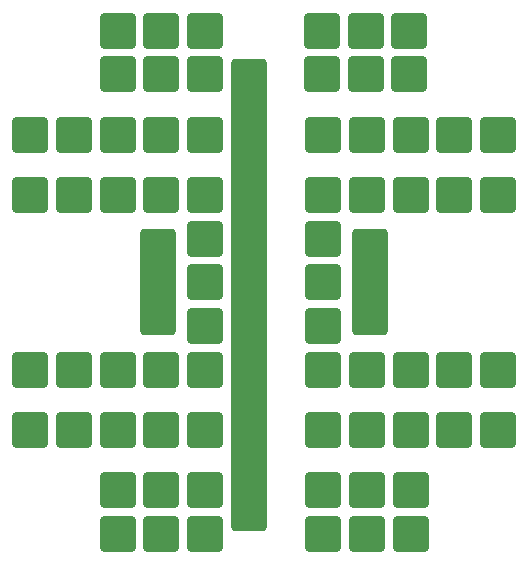
<source format=gtp>
%TF.GenerationSoftware,KiCad,Pcbnew,7.0.10-7.0.10~ubuntu22.04.1*%
%TF.CreationDate,2024-01-03T17:58:32-08:00*%
%TF.ProjectId,YamhillProtoBoard1x1,59616d68-696c-46c5-9072-6f746f426f61,A*%
%TF.SameCoordinates,Original*%
%TF.FileFunction,Paste,Top*%
%TF.FilePolarity,Positive*%
%FSLAX46Y46*%
G04 Gerber Fmt 4.6, Leading zero omitted, Abs format (unit mm)*
G04 Created by KiCad (PCBNEW 7.0.10-7.0.10~ubuntu22.04.1) date 2024-01-03 17:58:32*
%MOMM*%
%LPD*%
G01*
G04 APERTURE LIST*
G04 Aperture macros list*
%AMRoundRect*
0 Rectangle with rounded corners*
0 $1 Rounding radius*
0 $2 $3 $4 $5 $6 $7 $8 $9 X,Y pos of 4 corners*
0 Add a 4 corners polygon primitive as box body*
4,1,4,$2,$3,$4,$5,$6,$7,$8,$9,$2,$3,0*
0 Add four circle primitives for the rounded corners*
1,1,$1+$1,$2,$3*
1,1,$1+$1,$4,$5*
1,1,$1+$1,$6,$7*
1,1,$1+$1,$8,$9*
0 Add four rect primitives between the rounded corners*
20,1,$1+$1,$2,$3,$4,$5,0*
20,1,$1+$1,$4,$5,$6,$7,0*
20,1,$1+$1,$6,$7,$8,$9,0*
20,1,$1+$1,$8,$9,$2,$3,0*%
G04 Aperture macros list end*
%ADD10RoundRect,0.300000X-1.200000X-1.200000X1.200000X-1.200000X1.200000X1.200000X-1.200000X1.200000X0*%
%ADD11RoundRect,0.300000X1.200000X-4.200000X1.200000X4.200000X-1.200000X4.200000X-1.200000X-4.200000X0*%
%ADD12RoundRect,0.300000X-1.200000X-19.700000X1.200000X-19.700000X1.200000X19.700000X-1.200000X19.700000X0*%
G04 APERTURE END LIST*
D10*
%TO.C,REF\u002A\u002A*%
X105200000Y-62500000D03*
%TD*%
%TO.C,REF\u002A\u002A*%
X105200000Y-82400000D03*
%TD*%
%TO.C,REF\u002A\u002A*%
X144800000Y-82400000D03*
%TD*%
%TO.C,REF\u002A\u002A*%
X116300000Y-57400000D03*
%TD*%
%TO.C,REF\u002A\u002A*%
X120000000Y-92600000D03*
%TD*%
%TO.C,REF\u002A\u002A*%
X112600000Y-92600000D03*
%TD*%
%TO.C,REF\u002A\u002A*%
X112600000Y-96300000D03*
%TD*%
%TO.C,REF\u002A\u002A*%
X120000000Y-67600000D03*
%TD*%
%TO.C,REF\u002A\u002A*%
X130000000Y-87500000D03*
%TD*%
%TO.C,REF\u002A\u002A*%
X130000000Y-96300000D03*
%TD*%
%TO.C,REF\u002A\u002A*%
X129900000Y-57400000D03*
%TD*%
%TO.C,REF\u002A\u002A*%
X129900000Y-53700000D03*
%TD*%
%TO.C,REF\u002A\u002A*%
X116300000Y-62500000D03*
%TD*%
%TO.C,REF\u002A\u002A*%
X130000000Y-67600000D03*
%TD*%
%TO.C,REF\u002A\u002A*%
X120000000Y-96300000D03*
%TD*%
%TO.C,REF\u002A\u002A*%
X144800000Y-62500000D03*
%TD*%
%TO.C,REF\u002A\u002A*%
X137400000Y-62500000D03*
%TD*%
%TO.C,REF\u002A\u002A*%
X133700000Y-67600000D03*
%TD*%
%TO.C,REF\u002A\u002A*%
X120000000Y-82400000D03*
%TD*%
%TO.C,REF\u002A\u002A*%
X141100000Y-62500000D03*
%TD*%
%TO.C,REF\u002A\u002A*%
X120000000Y-78700000D03*
%TD*%
%TO.C,REF\u002A\u002A*%
X120000000Y-75000000D03*
%TD*%
%TO.C,REF\u002A\u002A*%
X105200000Y-67600000D03*
%TD*%
%TO.C,REF\u002A\u002A*%
X141100000Y-82400000D03*
%TD*%
%TO.C,REF\u002A\u002A*%
X133700000Y-87500000D03*
%TD*%
D11*
%TO.C,J2*%
X116000000Y-75000000D03*
%TD*%
D10*
%TO.C,REF\u002A\u002A*%
X144800000Y-87500000D03*
%TD*%
%TO.C,REF\u002A\u002A*%
X112600000Y-82400000D03*
%TD*%
%TO.C,REF\u002A\u002A*%
X120000000Y-62500000D03*
%TD*%
%TO.C,REF\u002A\u002A*%
X116300000Y-53700000D03*
%TD*%
%TO.C,REF\u002A\u002A*%
X120000000Y-87500000D03*
%TD*%
%TO.C,REF\u002A\u002A*%
X112600000Y-57400000D03*
%TD*%
%TO.C,REF\u002A\u002A*%
X130000000Y-78700000D03*
%TD*%
%TO.C,REF\u002A\u002A*%
X130000000Y-82400000D03*
%TD*%
%TO.C,REF\u002A\u002A*%
X137400000Y-82400000D03*
%TD*%
%TO.C,REF\u002A\u002A*%
X108900000Y-62500000D03*
%TD*%
%TO.C,REF\u002A\u002A*%
X116300000Y-82400000D03*
%TD*%
%TO.C,REF\u002A\u002A*%
X112600000Y-53700000D03*
%TD*%
%TO.C,REF\u002A\u002A*%
X120000000Y-71300000D03*
%TD*%
%TO.C,REF\u002A\u002A*%
X116300000Y-92600000D03*
%TD*%
%TO.C,REF\u002A\u002A*%
X116300000Y-67600000D03*
%TD*%
%TO.C,REF\u002A\u002A*%
X108900000Y-67600000D03*
%TD*%
%TO.C,REF\u002A\u002A*%
X137400000Y-96300000D03*
%TD*%
%TO.C,REF\u002A\u002A*%
X133700000Y-82400000D03*
%TD*%
%TO.C,REF\u002A\u002A*%
X137300000Y-53700000D03*
%TD*%
%TO.C,REF\u002A\u002A*%
X133700000Y-96300000D03*
%TD*%
%TO.C,REF\u002A\u002A*%
X130000000Y-92600000D03*
%TD*%
%TO.C,REF\u002A\u002A*%
X116300000Y-87500000D03*
%TD*%
%TO.C,REF\u002A\u002A*%
X133700000Y-92600000D03*
%TD*%
%TO.C,REF\u002A\u002A*%
X105200000Y-87500000D03*
%TD*%
%TO.C,REF\u002A\u002A*%
X120000000Y-57400000D03*
%TD*%
%TO.C,REF\u002A\u002A*%
X130000000Y-75000000D03*
%TD*%
D12*
%TO.C,J11*%
X123700000Y-76100000D03*
%TD*%
D10*
%TO.C,REF\u002A\u002A*%
X130000000Y-71300000D03*
%TD*%
%TO.C,REF\u002A\u002A*%
X137400000Y-92600000D03*
%TD*%
%TO.C,REF\u002A\u002A*%
X112600000Y-62500000D03*
%TD*%
%TO.C,REF\u002A\u002A*%
X144800000Y-67600000D03*
%TD*%
%TO.C,REF\u002A\u002A*%
X108900000Y-87500000D03*
%TD*%
%TO.C,REF\u002A\u002A*%
X112600000Y-87500000D03*
%TD*%
%TO.C,REF\u002A\u002A*%
X137400000Y-67600000D03*
%TD*%
%TO.C,REF\u002A\u002A*%
X141100000Y-67600000D03*
%TD*%
%TO.C,REF\u002A\u002A*%
X137300000Y-57400000D03*
%TD*%
%TO.C,REF\u002A\u002A*%
X130000000Y-62500000D03*
%TD*%
%TO.C,REF\u002A\u002A*%
X116300000Y-96300000D03*
%TD*%
D11*
%TO.C,J6*%
X134000000Y-75000000D03*
%TD*%
D10*
%TO.C,REF\u002A\u002A*%
X133600000Y-57400000D03*
%TD*%
%TO.C,REF\u002A\u002A*%
X133700000Y-62500000D03*
%TD*%
%TO.C,REF\u002A\u002A*%
X112600000Y-67600000D03*
%TD*%
%TO.C,REF\u002A\u002A*%
X108900000Y-82400000D03*
%TD*%
%TO.C,REF\u002A\u002A*%
X141100000Y-87500000D03*
%TD*%
%TO.C,REF\u002A\u002A*%
X120000000Y-53700000D03*
%TD*%
%TO.C,REF\u002A\u002A*%
X137400000Y-87500000D03*
%TD*%
%TO.C,REF\u002A\u002A*%
X133600000Y-53700000D03*
%TD*%
M02*

</source>
